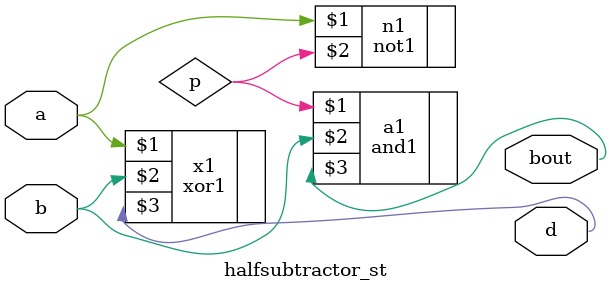
<source format=v>
`timescale 1ns / 1ps
module halfsubtractor_st(
    input a,b,
    output d,bout
    );
	 wire p;
	 xor1 x1(a,b,d);
	 not1 n1(a,p);
	 and1 a1(p,b,bout);

endmodule


</source>
